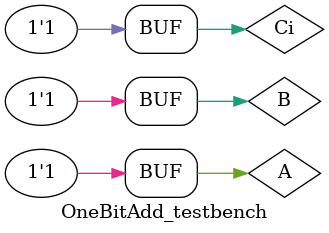
<source format=sv>
`timescale 1ps/100fs

module OneBitAdd (A, B, Ci, S, Co);
	input A, B, Ci;
	output S, Co;
	
	wire AandB, AandCi, BandCi;
	
	and #50 one(AandB, A, B);
	and #50 two(AandCi, A, Ci);
	and #50 three(BandCi, B, Ci);
	
	or #50 c(Co, AandB, AandCi, BandCi);
	
	xor #50 f(S, A, B, Ci);
	
endmodule

module OneBitAdd_testbench();	 
  	reg A, B, Ci;   
  	wire S, Co;    
  	OneBitAdd dut (.A, .B, .Ci, .S, .Co);   
 initial begin  
        	A=0; B=0; Ci=0; #5000;   	 
        	A=0; B=0; Ci=1; #5000;   	 
        	A=0; B=1; Ci=0; #5000;   	 
        	A=0; B=1; Ci=1; #5000;   	 
        	A=1; B=0; Ci=0; #5000;   	 
        	A=1; B=0; Ci=1; #5000;   	 
        	A=1; B=1; Ci=0; #5000;   	 
        	A=1; B=1; Ci=1; #5000;   	 
 end  
endmodule
</source>
